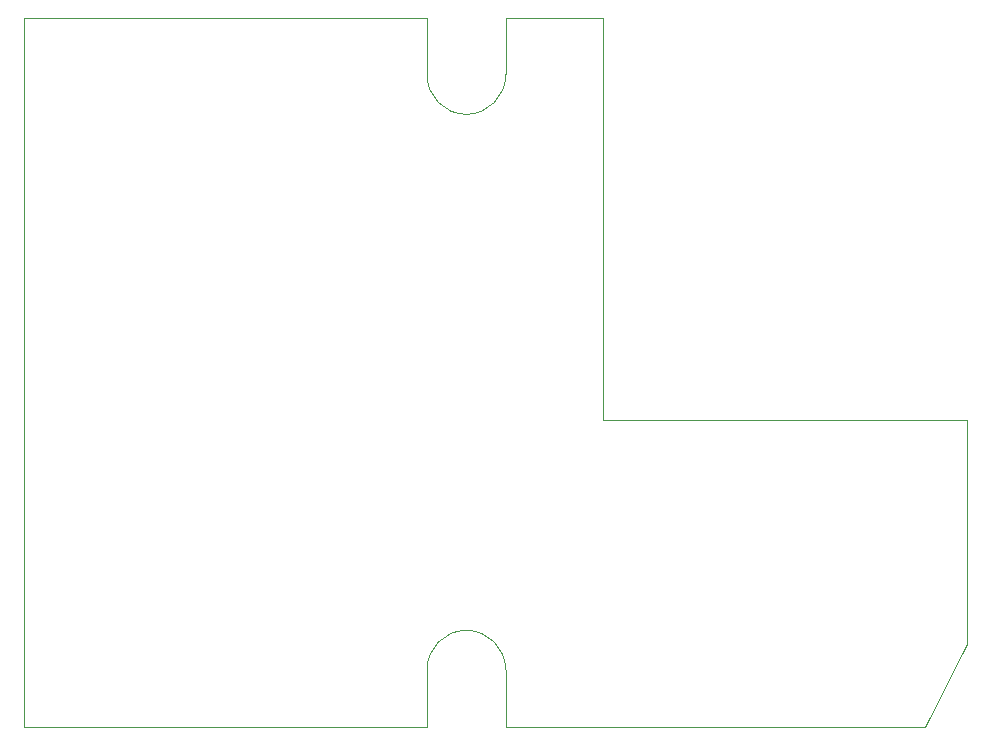
<source format=gbr>
%FSLAX43Y43*%
%MOMM*%
G71*
G01*
G75*
G04 Layer_Color=16711935*
%ADD10C,0.600*%
%ADD11R,0.550X1.450*%
%ADD12R,1.000X1.000*%
%ADD13R,0.900X0.950*%
%ADD14R,0.900X0.950*%
%ADD15R,0.762X1.372*%
%ADD16R,1.372X0.762*%
%ADD17R,1.372X0.864*%
%ADD18R,0.864X1.372*%
%ADD19O,2.500X0.700*%
%ADD20R,2.032X2.032*%
%ADD21C,0.300*%
%ADD22C,0.200*%
%ADD23C,1.500*%
%ADD24C,1.400*%
%ADD25C,1.600*%
%ADD26C,1.800*%
%ADD27C,1.300*%
%ADD28R,1.500X1.500*%
%ADD29C,6.000*%
%ADD30C,0.800*%
%ADD31R,0.800X2.000*%
%ADD32C,0.250*%
%ADD33C,0.508*%
%ADD34C,0.100*%
%ADD35C,0.152*%
%ADD36C,0.018*%
%ADD37C,0.013*%
%ADD38C,0.254*%
%ADD39C,0.400*%
%ADD40C,0.150*%
%ADD41C,0.500*%
%ADD42R,28.300X4.300*%
%ADD43C,1.500*%
%ADD44R,0.753X1.653*%
%ADD45R,1.203X1.203*%
%ADD46R,1.103X1.153*%
%ADD47R,1.103X1.153*%
%ADD48R,0.965X1.575*%
%ADD49R,1.575X0.965*%
%ADD50R,1.575X1.067*%
%ADD51R,1.067X1.575*%
%ADD52O,2.703X0.903*%
%ADD53R,2.235X2.235*%
%ADD54C,1.703*%
%ADD55C,1.603*%
%ADD56C,1.803*%
%ADD57C,2.003*%
%ADD58C,1.503*%
%ADD59R,1.703X1.703*%
%ADD60C,6.203*%
%ADD61R,1.003X2.203*%
D34*
X-4237Y-25171D02*
G03*
X-10892Y-25197I-3328J0D01*
G01*
Y25222D02*
G03*
X-4237Y25222I3327J-51D01*
G01*
X-4225Y-30000D02*
Y-25171D01*
X-10892Y-30000D02*
Y-25197D01*
Y25222D02*
Y30000D01*
X-4237D02*
X4000D01*
X-4237Y25222D02*
Y30000D01*
X-45000Y-30000D02*
X-10892D01*
X-45000Y30000D02*
X-10892D01*
X4000Y-4000D02*
Y30000D01*
Y-4000D02*
X34800D01*
X-45000Y-30000D02*
Y30000D01*
X31300Y-30000D02*
X34800Y-23000D01*
Y-4000D01*
X-4225Y-30000D02*
X31300D01*
M02*

</source>
